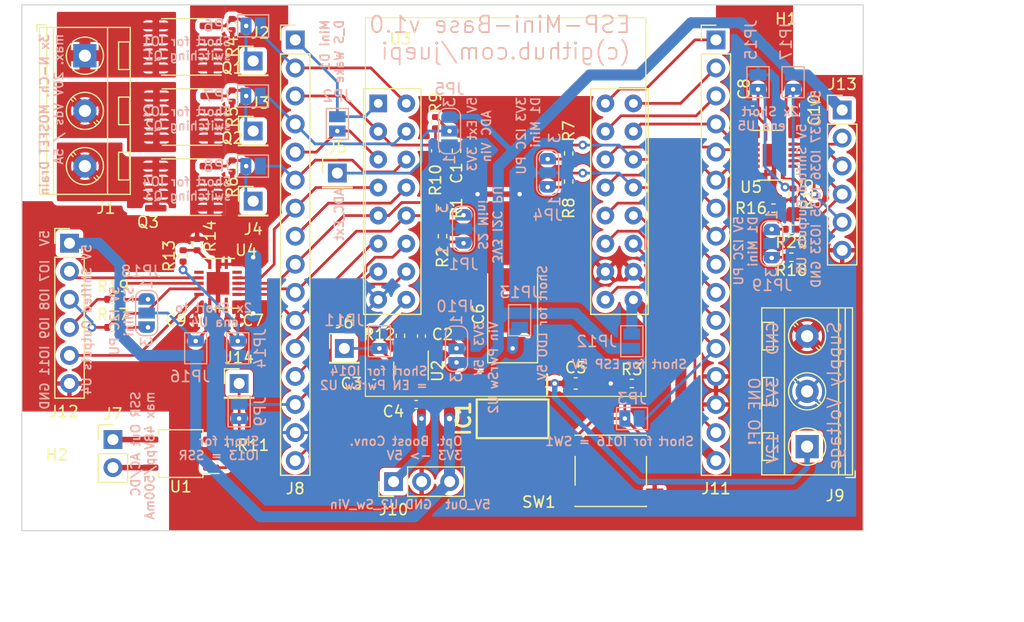
<source format=kicad_pcb>
(kicad_pcb (version 20221018) (generator pcbnew)
  (title_block (title "Base PCB for ESP* in WEMOS Mini Format") (date "2023-12-17") (rev "1.0"))
  (layers (0 "F.Cu" signal) (31 "B.Cu" signal) (34 "B.Paste" user) (35 "F.Paste" user) (36 "B.SilkS" user "B.Silkscreen") (37 "F.SilkS" user "F.Silkscreen") (38 "B.Mask" user) (39 "F.Mask" user) (44 "Edge.Cuts" user))
  (net 0 "")
  (net 1 "/IO3")
  (net 2 "GND")
  (net 3 "Net-(JP10-C)")
  (net 4 "Net-(U2-CT)")
  (net 5 "Net-(J10-Pin_1)")
  (net 6 "+12V")
  (net 7 "Net-(IC1-OUT)")
  (net 8 "Net-(JP14-A)")
  (net 9 "Net-(JP15-A)")
  (net 10 "Net-(JP16-A)")
  (net 11 "Net-(JP17-A)")
  (net 12 "Net-(J1-Pin_1)")
  (net 13 "Net-(J1-Pin_2)")
  (net 14 "Net-(J1-Pin_3)")
  (net 15 "Net-(J2-Pin_1)")
  (net 16 "Net-(J3-Pin_1)")
  (net 17 "Net-(J4-Pin_1)")
  (net 18 "Net-(J5-Pin_1)")
  (net 19 "Net-(J6-Pin_1)")
  (net 20 "Net-(J7-Pin_1)")
  (net 21 "Net-(J7-Pin_2)")
  (net 22 "/EN")
  (net 23 "/IO1")
  (net 24 "/IO2")
  (net 25 "/IO5")
  (net 26 "/IO4")
  (net 27 "/IO7")
  (net 28 "/IO6")
  (net 29 "/IO9")
  (net 30 "/IO8")
  (net 31 "/IO11")
  (net 32 "/IO10")
  (net 33 "/IO12")
  (net 34 "/IO13")
  (net 35 "+3.3V")
  (net 36 "/IO14")
  (net 37 "+5V")
  (net 38 "/IO40")
  (net 39 "/IO39")
  (net 40 "/IO38")
  (net 41 "/IO37")
  (net 42 "/IO36")
  (net 43 "/IO35")
  (net 44 "/IO34")
  (net 45 "/IO33")
  (net 46 "/IO21")
  (net 47 "/IO18")
  (net 48 "/IO17")
  (net 49 "/IO16")
  (net 50 "/IO15")
  (net 51 "Net-(J11-Pin_16)")
  (net 52 "Net-(J12-Pin_2)")
  (net 53 "Net-(J12-Pin_3)")
  (net 54 "Net-(J12-Pin_4)")
  (net 55 "Net-(J12-Pin_5)")
  (net 56 "Net-(J13-Pin_2)")
  (net 57 "Net-(J13-Pin_3)")
  (net 58 "Net-(J13-Pin_4)")
  (net 59 "Net-(J13-Pin_5)")
  (net 60 "Net-(JP1-A)")
  (net 61 "Net-(JP1-B)")
  (net 62 "Net-(JP3-B)")
  (net 63 "Net-(JP4-A)")
  (net 64 "Net-(JP4-B)")
  (net 65 "Net-(J14-Pin_1)")
  (net 66 "Net-(JP18-A)")
  (net 67 "Net-(JP18-B)")
  (net 68 "Net-(JP19-A)")
  (net 69 "Net-(JP19-B)")
  (net 70 "Net-(R11-Pad2)")
  (net 71 "Net-(U4-OE)")
  (net 72 "Net-(U5-OE)")
  (footprint "Resistor_SMD:R_0402_1005Metric" (layer "F.Cu") (at 140.335 80.645 -90)
    (fp_text reference "R1")
    (fp_text value "3k3")
  )
  (footprint "Resistor_SMD:R_0402_1005Metric" (layer "F.Cu") (at 121.285 64.01 90)
    (fp_text reference "R4")
    (fp_text value "10k")
  )
  (footprint "Connector_PinHeader_2.54mm:PinHeader_1x16_P2.54mm_Vertical" (layer "F.Cu") (at 127 65.405)
    (fp_text reference "J8")
    (fp_text value "Conn_01x16")
  )
  (footprint "Package_SO:SOP-4_3.8x4.1mm_P2.54mm" (layer "F.Cu") (at 116.63 102.87 180)
    (fp_text reference "U1")
    (fp_text value "G3VM-61VY2")
  )
  (footprint "Package_DFN_QFN:Texas_S-PVQFN-N14" (layer "F.Cu") (at 120.005 87.45 180)
    (fp_text reference "U4")
    (fp_text value "TXB0104RGY")
  )
  (footprint "Connector_PinHeader_2.54mm:PinHeader_1x16_P2.54mm_Vertical" (layer "F.Cu") (at 165.1 65.405)
    (fp_text reference "J11")
    (fp_text value "Conn_01x16")
  )
  (footprint "Resistor_SMD:R_0402_1005Metric" (layer "F.Cu") (at 121.285 70.485 90)
    (fp_text reference "R5")
    (fp_text value "10k")
  )
  (footprint "Capacitor_SMD:C_0402_1005Metric" (layer "F.Cu") (at 118.465 90.805 180)
    (fp_text reference "C9")
    (fp_text value "100n/25V")
  )
  (footprint "Resistor_SMD:R_0402_1005Metric" (layer "F.Cu") (at 171.93 85.09 180)
    (fp_text reference "R18")
    (fp_text value "4k7")
  )
  (footprint "Resistor_SMD:R_0402_1005Metric" (layer "F.Cu") (at 151.765 75.69 -90)
    (fp_text reference "R7")
    (fp_text value "3k3")
  )
  (footprint "Connector_PinHeader_2.54mm:PinHeader_1x02_P2.54mm_Vertical" (layer "F.Cu") (at 110.49 101.6)
    (fp_text reference "J7")
    (fp_text value "Conn_01x02")
  )
  (footprint "Resistor_SMD:R_0402_1005Metric" (layer "F.Cu") (at 116.84 84.965 -90)
    (fp_text reference "R13")
    (fp_text value "931")
  )
  (footprint "Resistor_SMD:R_0402_1005Metric" (layer "F.Cu") (at 172.085 79.375 90)
    (fp_text reference "R15")
    (fp_text value "931")
  )
  (footprint "Connector_PinHeader_2.54mm:PinHeader_1x01_P2.54mm_Vertical" (layer "F.Cu") (at 123.19 73.66)
    (fp_text reference "J3")
    (fp_text value "~")
  )
  (footprint "Button_Switch_SMD:SW_Push_1P1T_NO_6x6mm_H9.5mm" (layer "F.Cu") (at 155.575 104.43 180)
    (fp_text reference "SW1")
    (fp_text value "SW_Omron_B3FS")
  )
  (footprint "Package_DFN_QFN:Texas_S-PVQFN-N14" (layer "F.Cu") (at 170.36 75.85)
    (fp_text reference "U5")
    (fp_text value "TXB0104RGY")
  )
  (footprint "TerminalBlock_RND:TerminalBlock_RND_205-00046_1x03_P5.00mm_Horizontal" (layer "F.Cu") (at 173.355 102.235 90)
    (fp_text reference "J9")
    (fp_text value "Screw_Terminal_01x03")
  )
  (footprint "Package_SO:SOIC-8_3.9x4.9mm_P1.27mm" (layer "F.Cu") (at 116.905 72.39 180)
    (fp_text reference "Q2")
    (fp_text value "AO4402G")
  )
  (footprint "TerminalBlock_RND:TerminalBlock_RND_205-00046_1x03_P5.00mm_Horizontal" (layer "F.Cu") (at 107.95 66.835 -90)
    (fp_text reference "J1")
    (fp_text value "Screw_Terminal_01x03")
  )
  (footprint "Package_SO:SOIC-8_3.9x4.9mm_P1.27mm" (layer "F.Cu") (at 116.84 66.04 180)
    (fp_text reference "Q1")
    (fp_text value "AO4402G")
  )
  (footprint "Connector_PinHeader_2.54mm:PinHeader_1x01_P2.54mm_Vertical" (layer "F.Cu") (at 123.19 67.31)
    (fp_text reference "J2")
    (fp_text value "~")
  )
  (footprint "Capacitor_SMD:C_0402_1005Metric" (layer "F.Cu") (at 137.95 98.425 180)
    (fp_text reference "C4")
    (fp_text value "100n/25V")
  )
  (footprint "Connector_PinHeader_2.54mm:PinHeader_1x06_P2.54mm_Vertical" (layer "F.Cu") (at 106.555 83.82)
    (fp_text reference "J12")
    (fp_text value "Conn_01x06")
  )
  (footprint "Resistor_SMD:R_0402_1005Metric" (layer "F.Cu") (at 121.285 102.11 90)
    (fp_text reference "R11")
    (fp_text value "220")
  )
  (footprint "Package_SO:SOIC-8_3.9x4.9mm_P1.27mm" (layer "F.Cu") (at 116.84 78.74 180)
    (fp_text reference "Q3")
    (fp_text value "AO4402G")
  )
  (footprint "Resistor_SMD:R_0402_1005Metric" (layer "F.Cu") (at 121.285 76.835 90)
    (fp_text reference "R6")
    (fp_text value "10k")
  )
  (footprint "Resistor_SMD:R_0402_1005Metric" (layer "F.Cu") (at 157.48 96.52 180)
    (fp_text reference "R3")
    (fp_text value "10k")
  )
  (footprint "Resistor_SMD:R_0402_1005Metric" (layer "F.Cu") (at 110.49 88.9)
    (fp_text reference "R19")
    (fp_text value "4k7")
  )
  (footprint "MountingHole:MountingHole_2.7mm_M2.5" (layer "F.Cu") (at 105.41 106.68)
    (fp_text reference "H2")
    (fp_text value "MountingHole")
  )
  (footprint "Connector_PinHeader_2.54mm:PinHeader_1x01_P2.54mm_Vertical" (layer "F.Cu") (at 121.92 96.52)
    (fp_text reference "J14")
    (fp_text value "~")
  )
  (footprint "Resistor_SMD:R_0402_1005Metric" (layer "F.Cu") (at 141.605 75.44 90)
    (fp_text reference "R10")
    (fp_text value "3k6/0.1%")
  )
  (footprint "Connector_PinHeader_2.54mm:PinHeader_1x06_P2.54mm_Vertical" (layer "F.Cu") (at 176.53 71.755)
    (fp_text reference "J13")
    (fp_text value "Conn_01x06")
  )
  (footprint "Capacitor_Tantalum_SMD:CP_EIA-7343-31_Kemet-D" (layer "F.Cu") (at 146.685 90.2325 90)
    (fp_text reference "C6")
    (fp_text value "100µF/16V")
  )
  (footprint "Resistor_SMD:R_0402_1005Metric" (layer "F.Cu") (at 170.305 80.645)
    (fp_text reference "R16")
    (fp_text value "1k8")
  )
  (footprint "Connector_PinHeader_2.54mm:PinHeader_1x03_P2.54mm_Vertical" (layer "F.Cu") (at 135.905 105.41 90)
    (fp_text reference "J10")
    (fp_text value "Conn_01x03")
  )
  (footprint "Resistor_SMD:R_0402_1005Metric" (layer "F.Cu") (at 140.335 83.185 -90)
    (fp_text reference "R2")
    (fp_text value "3k3")
  )
  (footprint "Connector_PinHeader_2.54mm:PinHeader_1x01_P2.54mm_Vertical" (layer "F.Cu") (at 131.445 93.345)
    (fp_text reference "J6")
    (fp_text value "~")
  )
  (footprint "Capacitor_SMD:C_0402_1005Metric" (layer "F.Cu") (at 139.7 75.44 -90)
    (fp_text reference "C1")
    (fp_text value "100n/25V")
  )
  (footprint "_PJ-Proj:WEMOS_S2_Mini" (layer "F.Cu") (at 133.35 97.69)
    (fp_text reference "U3")
    (fp_text value "S2 Mini")
  )
  (footprint "Capacitor_SMD:C_0603_1608Metric" (layer "F.Cu") (at 152.4 96.52)
    (fp_text reference "C5")
    (fp_text value "470nF/50V")
  )
  (footprint "Resistor_SMD:R_0402_1005Metric" (layer "F.Cu") (at 136.525 92.2 -90)
    (fp_text reference "R12")
    (fp_text value "10k")
  )
  (footprint "Resistor_SMD:R_0402_1005Metric" (layer "F.Cu") (at 139.7 72.9 90)
    (fp_text reference "R9")
    (fp_text value "12k/0.1%")
  )
  (footprint "Capacitor_SMD:C_0402_1005Metric" (layer "F.Cu") (at 121.315 90.805)
    (fp_text reference "C7")
    (fp_text value "100n/25V")
  )
  (footprint "Connector_PinHeader_2.54mm:PinHeader_1x01_P2.54mm_Vertical" (layer "F.Cu") (at 130.81 77.47)
    (fp_text reference "J5")
    (fp_text value "~")
  )
  (footprint "_PJ-Proj:SOT230P700X180-4N" (layer "F.Cu") (at 146.685 99.72 -90)
    (fp_text reference "IC1")
    (fp_text value "LM2940IMP-5.0_NOPB" hide)
  )
  (footprint "Resistor_SMD:R_0402_1005Metric" (layer "F.Cu") (at 118.11 83.945 -90)
    (fp_text reference "R14")
    (fp_text value "1k8")
  )
  (footprint "Capacitor_SMD:C_0402_1005Metric" (layer "F.Cu") (at 138.43 92.23 90)
    (fp_text reference "C2")
    (fp_text value "1µ/25V")
  )
  (footprint "Connector_PinHeader_2.54mm:PinHeader_1x01_P2.54mm_Vertical" (layer "F.Cu") (at 123.19 80.01)
    (fp_text reference "J4")
    (fp_text value "~")
  )
  (footprint "Capacitor_SMD:C_0402_1005Metric" (layer "F.Cu") (at 168.43 71.755 180)
    (fp_text reference "C8")
    (fp_text value "100n/25V")
  )
  (footprint "MountingHole:MountingHole_2.7mm_M2.5" (layer "F.Cu") (at 175.26 65.405)
    (fp_text reference "H1")
    (fp_text value "MountingHole")
  )
  (footprint "Resistor_SMD:R_0402_1005Metric" (layer "F.Cu") (at 171.93 82.55 180)
    (fp_text reference "R20")
    (fp_text value "4k7")
  )
  (footprint "Capacitor_SMD:C_0402_1005Metric" (layer "F.Cu") (at 134.14 96.52 180)
    (fp_text reference "C3")
    (fp_text value "1n/25V")
  )
  (footprint "Resistor_SMD:R_0402_1005Metric" (layer "F.Cu") (at 110.49 91.44)
    (fp_text reference "R17")
    (fp_text value "4k7")
  )
  (footprint "Resistor_SMD:R_0402_1005Metric" (layer "F.Cu") (at 151.765 78.23 -90)
    (fp_text reference "R8")
    (fp_text value "3k3")
  )
  (footprint "Package_TO_SOT_SMD:SOT-23-6" (layer "F.Cu") (at 137.48 95.3825 -90)
    (fp_text reference "U2")
    (fp_text value "TPS22918DBVR")
  )
  (footprint "Capacitor_SMD:C_0402_1005Metric" (layer "F.Cu") (at 171.93 71.755)
    (fp_text reference "C10")
    (fp_text value "100n/25V")
  )
  (footprint "Jumper:SolderJumper-2_P1.3mm_Open_Pad1.0x1.5mm" (layer "B.Cu") (at 123.175 70.485 180)
    (fp_text reference "JP7")
    (fp_text value " ")
  )
  (footprint "Jumper:SolderJumper-2_P1.3mm_Open_Pad1.0x1.5mm" (layer "B.Cu") (at 147.32 90.79 90)
    (fp_text reference "JP13")
    (fp_text value " ")
  )
  (footprint "Jumper:SolderJumper-2_P1.3mm_Open_Pad1.0x1.5mm" (layer "B.Cu") (at 157.48 92.695 90)
    (fp_text reference "JP12")
    (fp_text value " ")
  )
  (footprint "Jumper:SolderJumper-2_P1.3mm_Open_Pad1.0x1.5mm" (layer "B.Cu") (at 123.175 76.835 180)
    (fp_text reference "JP8")
    (fp_text value " ")
  )
  (footprint "Jumper:SolderJumper-2_P1.3mm_Open_Pad1.0x1.5mm" (layer "B.Cu") (at 117.985 93.33 -90)
    (fp_text reference "JP16")
    (fp_text value " ")
  )
  (footprint "Jumper:SolderJumper-3_P1.3mm_Open_RoundedPad1.0x1.5mm_NumberLabels" (layer "B.Cu") (at 113.54 90.14 -90)
    (fp_text reference "JP18")
    (fp_text value "SolderJumper_3_Open")
  )
  (footprint "Jumper:SolderJumper-3_P1.3mm_Open_RoundedPad1.0x1.5mm_NumberLabels" (layer "B.Cu") (at 140.97 73.66 90)
    (fp_text reference "JP5")
    (fp_text value "SolderJumper_3_Open")
  )
  (footprint "Jumper:SolderJumper-2_P1.3mm_Open_Pad1.0x1.5mm" (layer "B.Cu") (at 157.495 99.695 180)
    (fp_text reference "JP3")
    (fp_text value " ")
  )
  (footprint "Jumper:SolderJumper-3_P1.3mm_Open_RoundedPad1.0x1.5mm_NumberLabels" (layer "B.Cu") (at 142.24 82.52 90)
    (fp_text reference "JP1")
    (fp_text value "SolderJumper_3_Open")
  )
  (footprint "Jumper:SolderJumper-2_P1.3mm_Open_Pad1.0x1.5mm" (layer "B.Cu") (at 121.92 99.045 -90)
    (fp_text reference "JP9")
    (fp_text value " ")
  )
  (footprint "Jumper:SolderJumper-2_P1.3mm_Open_Pad1.0x1.5mm" (layer "B.Cu") (at 123.19 64.135 180)
    (fp_text reference "JP6")
    (fp_text value " ")
  )
  (footprint "Jumper:SolderJumper-3_P1.3mm_Open_RoundedPad1.0x1.5mm_NumberLabels" (layer "B.Cu") (at 170.15 83.85 -90)
    (fp_text reference "JP19")
    (fp_text value "SolderJumper_3_Open")
  )
  (footprint "Jumper:SolderJumper-2_P1.3mm_Open_Pad1.0x1.5mm" (layer "B.Cu") (at 172.085 69.23 90)
    (fp_text reference "JP17")
    (fp_text value " ")
  )
  (footprint "Jumper:SolderJumper-2_P1.3mm_Open_Pad1.0x1.5mm" (layer "B.Cu") (at 130.81 73.01 90)
    (fp_text reference "JP2")
    (fp_text value " ")
  )
  (footprint "Jumper:SolderJumper-3_P1.3mm_Open_RoundedPad1.0x1.5mm_NumberLabels" (layer "B.Cu") (at 149.86 77.44 90)
    (fp_text reference "JP4")
    (fp_text value "SolderJumper_3_Open")
  )
  (footprint "Jumper:SolderJumper-2_P1.3mm_Open_Pad1.0x1.5mm" (layer "B.Cu") (at 168.91 69.23 90)
    (fp_text reference "JP15")
    (fp_text value " ")
  )
  (footprint "Jumper:SolderJumper-2_P1.3mm_Open_Pad1.0x1.5mm" (layer "B.Cu") (at 134.62 92.695 -90)
    (fp_text reference "JP11")
    (fp_text value " ")
  )
  (footprint "Jumper:SolderJumper-2_P1.3mm_Open_Pad1.0x1.5mm" (layer "B.Cu") (at 121.795 93.33 -90)
    (fp_text reference "JP14")
    (fp_text value " ")
  )
  (footprint "Jumper:SolderJumper-3_P1.3mm_Open_RoundedPad1.0x1.5mm_NumberLabels" (layer "B.Cu") (at 141.605 93.375 -90)
    (fp_text reference "JP10")
    (fp_text value "SolderJumper_3_Open")
  )
  (gr_rect (start 102.235 62.23) (end 178.435 109.855) (stroke (width 0.1)) (fill none) (layer "Edge.Cuts"))
  (gr_text "ADC_Ext" (at 131.445 78.74 90) (layer "B.SilkS") (effects (font (size 0.8 0.8)) (justify left bottom mirror)))
  (gr_text "5V_Out  GND U2_Sw_Vin" (at 144.78 107.95) (layer "B.SilkS") (effects (font (size 0.8 0.8)) (justify left bottom mirror)))
  (gr_text "3x N-Ch. MOSFET Drain\nmax. 20V Vds / 5A" (at 106.045 64.77 90) (layer "B.SilkS") (effects (font (size 0.8 0.8)) (justify left bottom mirror)))
  (gr_text "ESP-Mini-Base v1.0\n(c)github.com/juepi" (at 157.48 67.31) (layer "B.SilkS") (effects (font (size 1.5 1.5)) (justify left bottom mirror)))
  (gr_text "3V3 I2C PU\n  S2 Mini" (at 143.51 85.725 270) (layer "B.SilkS") (effects (font (size 0.8 0.8)) (justify left bottom mirror)))
  (gr_text "Short for LDO 5V" (at 149.86 85.725 90) (layer "B.SilkS") (effects (font (size 0.8 0.8)) (justify left bottom mirror)))
  (gr_text "Mini D1\nD_S Wake" (at 131.445 63.5 90) (layer "B.SilkS") (effects (font (size 0.8 0.8)) (justify left bottom mirror)))
  (gr_text "GND" (at 170.815 90.805 90) (layer "B.SilkS") (effects (font (size 1 1)) (justify left bottom mirror)))
  (gr_text "Short for IO4\nswitching Q3" (at 121.285 80.01) (layer "B.SilkS") (effects (font (size 0.8 0.8)) (justify left bottom mirror)))
  (gr_text "5V Ext 3V3\n  ADC Vin" (at 144.78 70.485 90) (layer "B.SilkS") (effects (font (size 0.8 0.8)) (justify left bottom mirror)))
  (gr_text "Short for ESP 5V" (at 162.56 95.25) (layer "B.SilkS") (effects (font (size 0.8 0.8)) (justify left bottom mirror)))
  (gr_text "3V3 I2C PU\nD1 Mini" (at 149.225 70.485 90) (layer "B.SilkS") (effects (font (size 0.8 0.8)) (justify left bottom mirror)))
  (gr_text "5V  IO7 IO8 IO9 IO11 GND" (at 104.775 82.55 90) (layer "B.SilkS") (effects (font (size 0.8 0.8)) (justify left bottom mirror)))
  (gr_text "5V I2C PU\nD1 Mini" (at 168.91 81.28 90) (layer "B.SilkS") (effects (font (size 0.8 0.8)) (justify left bottom mirror)))
  (gr_text "5V I2C PU\nS2 Mini" (at 112.395 87.63 90) (layer "B.SilkS") (effects (font (size 0.8 0.8)) (justify left bottom mirror)))
  (gr_text "Short for\nIO13 = SSR" (at 123.825 103.505) (layer "B.SilkS") (effects (font (size 0.8 0.8)) (justify left bottom mirror)))
  (gr_text "SSR Out AC/DC\nmax 48Vpp/500mA" (at 114.3 97.155 90) (layer "B.SilkS") (effects (font (size 0.8 0.8)) (justify left bottom mirror)))
  (gr_text "Short for IO2\nswitching Q2" (at 121.285 73.66) (layer "B.SilkS") (effects (font (size 0.8 0.8)) (justify left bottom mirror)))
  (gr_text "3V3  5V\nVin PwrSw U2" (at 145.415 90.805 90) (layer "B.SilkS") (effects (font (size 0.8 0.8)) (justify left bottom mirror)))
  (gr_text "ONE OF!\n3V3   12V" (at 170.815 95.885 90) (layer "B.SilkS") (effects (font (size 1 1)) (justify left bottom mirror)))
  (gr_text "Opt. Boost Conv.\n3V3 -> 5V" (at 142.24 103.505) (layer "B.SilkS") (effects (font (size 0.8 0.8)) (justify left bottom mirror)))
  (gr_text "2x Short to\n  ena U4" (at 123.19 91.44) (layer "B.SilkS") (effects (font (size 0.8 0.8)) (justify left bottom mirror)))
  (gr_text "2x Short\n  ena U5" (at 172.72 73.66) (layer "B.SilkS") (effects (font (size 0.8 0.8)) (justify left bottom mirror)))
  (gr_text "Short for IO14\n= EN PwrSw U2" (at 139.065 97.155) (layer "B.SilkS") (effects (font (size 0.8 0.8)) (justify left bottom mirror)))
  (gr_text "     5V Shifted Outputs U5\n5V IO37 IO36 IO35 IO33 GND" (at 174.625 69.85 90) (layer "B.SilkS") (effects (font (size 0.8 0.8)) (justify left bottom mirror)))
  (gr_text "Short for IO16 = SW1" (at 163.195 102.235) (layer "B.SilkS") (effects (font (size 0.8 0.8)) (justify left bottom mirror)))
  (gr_text "5V Shifted Outputs U4" (at 108.585 83.82 90) (layer "B.SilkS") (effects (font (size 0.8 0.8)) (justify left bottom mirror)))
  (gr_text "Supply Voltage" (at 176.53 90.805 90) (layer "B.SilkS") (effects (font (size 1.2 1.2)) (justify left bottom mirror)))
  (gr_text "Short for IO1\nswitching Q1" (at 121.285 67.31) (layer "B.SilkS") (effects (font (size 0.8 0.8)) (justify left bottom mirror)))
  (segment (start 131.305 70.485) (end 127 70.485) (width 0.25) (layer "F.Cu") (net 1))
  (segment (start 139.7 73.41) (end 139.7 74.96) (width 0.25) (layer "F.Cu") (net 1))
  (segment (start 134.515 73.695) (end 131.305 70.485) (width 0.25) (layer "F.Cu") (net 1))
  (segment (start 139.7 74.93) (end 135.75 74.93) (width 0.25) (layer "F.Cu") (net 1))
  (segment (start 141.605 74.93) (end 139.7 74.93) (width 0.25) (layer "F.Cu") (net 1))
  (segment (start 135.75 74.93) (end 134.515 73.695) (width 0.25) (layer "F.Cu") (net 1))
  (via (at 123.19 85.09) (size 0.8) (drill 0.4) (layers "F.Cu" "B.Cu") (net 2))
  (via (at 123.19 90.17) (size 0.8) (drill 0.4) (layers "F.Cu" "B.Cu") (net 2))
  (segment (start 123.19 90.17) (end 123.19 85.09) (width 1.5) (layer "B.Cu") (net 2))
  (segment (start 138.43 92.71) (end 140.97 92.71) (width 0.8) (layer "F.Cu") (net 3))
  (segment (start 140.97 92.71) (end 141.605 93.345) (width 0.8) (layer "F.Cu") (net 3))
  (segment (start 138.43 92.71) (end 138.43 94.245) (width 0.8) (layer "F.Cu") (net 3))
  (via (at 141.605 93.345) (size 0.8) (drill 0.4) (layers "F.Cu" "B.Cu") (net 3))
  (segment (start 136.53 96.52) (end 134.62 96.52) (width 0.25) (layer "F.Cu") (net 4))
  (segment (start 138.43 96.52) (end 138.43 98.425) (width 0.8) (layer "F.Cu") (net 5))
  (segment (start 138.43 98.425) (end 138.43 99.695) (width 0.8) (layer "F.Cu") (net 5))
  (via (at 138.43 99.695) (size 0.8) (drill 0.4) (layers "F.Cu" "B.Cu") (net 5))
  (segment (start 138.43 102.885) (end 135.905 105.41) (width 0.8) (layer "B.Cu") (net 5))
  (segment (start 138.43 99.695) (end 138.43 102.885) (width 0.8) (layer "B.Cu") (net 5))
  (segment (start 151.625 96.52) (end 150.495 96.52) (width 0.5) (layer "F.Cu") (net 6))
  (segment (start 150.495 96.52) (end 149.035 96.52) (width 0.5) (layer "F.Cu") (net 6))
  (via (at 150.495 96.52) (size 0.8) (drill 0.4) (layers "F.Cu" "B.Cu") (net 6))
  (segment (start 172.085 105.41) (end 158.115 105.41) (width 0.5) (layer "B.Cu") (net 6))
  (segment (start 173.355 102.235) (end 173.355 104.14) (width 0.5) (layer "B.Cu") (net 6))
  (segment (start 173.355 104.14) (end 172.085 105.41) (width 0.5) (layer "B.Cu") (net 6))
  (segment (start 150.495 97.79) (end 150.495 96.52) (width 0.5) (layer "B.Cu") (net 6))
  (segment (start 158.115 105.41) (end 150.495 97.79) (width 0.5) (layer "B.Cu") (net 6))
  (segment (start 146.685 93.345) (end 144.385 95.645) (width 1) (layer "F.Cu") (net 7))
  (segment (start 144.385 95.645) (end 144.385 96.57) (width 1) (layer "F.Cu") (net 7))
  (via (at 146.685 93.345) (size 0.8) (drill 0.4) (layers "F.Cu" "B.Cu") (net 7))
  (segment (start 146.685 93.345) (end 146.685 92.075) (width 1) (layer "B.Cu") (net 7))
  (segment (start 146.685 92.075) (end 147.32 91.44) (width 1) (layer "B.Cu") (net 7))
  (segment (start 120.755 89.175) (end 120.755 90.725) (width 0.25) (layer "F.Cu") (net 8))
  (segment (start 120.835 90.805) (end 120.835 91.72) (width 0.25) (layer "F.Cu") (net 8))
  (segment (start 116.84 86.2255) (end 116.84 85.6) (width 0.25) (layer "F.Cu") (net 8))
  (segment (start 120.835 91.72) (end 121.795 92.68) (width 0.25) (layer "F.Cu") (net 8))
  (via (at 121.795 92.68) (size 0.8) (drill 0.4) (layers "F.Cu" "B.Cu") (net 8))
  (via (at 116.84 86.2255) (size 0.8) (drill 0.4) (layers "F.Cu" "B.Cu") (net 8))
  (segment (start 121.795 91.1805) (end 116.84 86.2255) (width 0.25) (layer "B.Cu") (net 8))
  (segment (start 121.795 92.68) (end 121.795 91.1805) (width 0.25) (layer "B.Cu") (net 8))
  (segment (start 171.3605 78.74) (end 171.96 78.74) (width 0.25) (layer "F.Cu") (net 9))
  (segment (start 168.91 71.755) (end 168.91 72.39) (width 0.25) (layer "F.Cu") (net 9))
  (segment (start 168.91 69.88) (end 168.91 71.755) (width 0.25) (layer "F.Cu") (net 9))
  (segment (start 169.61 73.09) (end 169.61 74.125) (width 0.25) (layer "F.Cu") (net 9))
  (segment (start 168.91 72.39) (end 169.61 73.09) (width 0.25) (layer "F.Cu") (net 9))
  (via (at 168.91 69.88) (size 0.8) (drill 0.4) (layers "F.Cu" "B.Cu") (net 9))
  (via (at 171.3605 78.74) (size 0.8) (drill 0.4) (layers "F.Cu" "B.Cu") (net 9))
  (segment (start 169.545 70.485) (end 169.545 76.9245) (width 0.25) (layer "B.Cu") (net 9))
  (segment (start 169.515 70.485) (end 169.545 70.485) (width 0.25) (layer "B.Cu") (net 9))
  (segment (start 168.91 69.88) (end 169.515 70.485) (width 0.25) (layer "B.Cu") (net 9))
  (segment (start 169.545 76.9245) (end 171.3605 78.74) (width 0.25) (layer "B.Cu") (net 9))
  (segment (start 119.255 90.495) (end 118.945 90.805) (width 0.25) (layer "F.Cu") (net 10))
  (segment (start 119.255 89.175) (end 119.255 90.495) (width 0.25) (layer "F.Cu") (net 10))
  (segment (start 118.945 90.805) (end 118.945 91.72) (width 0.25) (layer "F.Cu") (net 10))
  (segment (start 118.945 91.72) (end 117.985 92.68) (width 0.25) (layer "F.Cu") (net 10))
  (via (at 117.985 92.68) (size 0.8) (drill 0.4) (layers "F.Cu" "B.Cu") (net 10))
  (segment (start 115.445 90.14) (end 113.54 90.14) (width 0.25) (layer "B.Cu") (net 10))
  (segment (start 117.985 92.68) (end 115.445 90.14) (width 0.25) (layer "B.Cu") (net 10))
  (segment (start 171.45 71.755) (end 171.45 70.515) (width 0.25) (layer "F.Cu") (net 11))
  (segment (start 171.11 72.095) (end 171.45 71.755) (width 0.25) (layer "F.Cu") (net 11))
  (segment (start 171.11 74.125) (end 171.11 72.095) (width 0.25) (layer "F.Cu") (net 11))
  (segment (start 171.45 70.515) (end 172.085 69.88) (width 0.25) (layer "F.Cu") (net 11))
  (via (at 172.085 69.88) (size 0.8) (drill 0.4) (layers "F.Cu" "B.Cu") (net 11))
  (segment (start 171.15 83.85) (end 170.15 83.85) (width 0.25) (layer "B.Cu") (net 11))
  (segment (start 172.085 82.915) (end 171.15 83.85) (width 0.25) (layer "B.Cu") (net 11))
  (segment (start 172.085 69.88) (end 172.085 82.915) (width 0.25) (layer "B.Cu") (net 11))
  (segment (start 121.285 63.5) (end 121.92 63.5) (width 0.25) (layer "F.Cu") (net 15))
  (segment (start 119.315 64.135) (end 120.65 64.135) (width 0.25) (layer "F.Cu") (net 15))
  (segment (start 120.65 64.135) (end 121.285 63.5) (width 0.25) (layer "F.Cu") (net 15))
  (segment (start 121.92 63.5) (end 122.555 64.135) (width 0.25) (layer "F.Cu") (net 15))
  (via (at 122.555 64.135) (size 0.8) (drill 0.4) (layers "F.Cu" "B.Cu") (net 15))
  (segment (start 122.54 66.66) (end 122.555 64.135) (width 0.25) (layer "B.Cu") (net 15))
  (segment (start 121.285 69.975) (end 122.045 69.975) (width 0.25) (layer "F.Cu") (net 16))
  (segment (start 119.38 70.485) (end 120.775 70.485) (width 0.25) (layer "F.Cu") (net 16))
  (segment (start 120.775 70.485) (end 121.285 69.975) (width 0.25) (layer "F.Cu") (net 16))
  (segment (start 122.045 69.975) (end 122.555 70.485) (width 0.25) (layer "F.Cu") (net 16))
  (via (at 122.555 70.485) (size 0.8) (drill 0.4) (layers "F.Cu" "B.Cu") (net 16))
  (segment (start 122.525 72.995) (end 122.525 70.485) (width 0.25) (layer "B.Cu") (net 16))
  (segment (start 122.045 76.325) (end 122.555 76.835) (width 0.25) (layer "F.Cu") (net 17))
  (segment (start 121.285 76.325) (end 122.045 76.325) (width 0.25) (layer "F.Cu") (net 17))
  (segment (start 120.775 76.835) (end 121.285 76.325) (width 0.25) (layer "F.Cu") (net 17))
  (segment (start 119.315 76.835) (end 120.775 76.835) (width 0.25) (layer "F.Cu") (net 17))
  (via (at 122.555 76.835) (size 0.8) (drill 0.4) (layers "F.Cu" "B.Cu") (net 17))
  (segment (start 122.525 79.345) (end 122.525 76.835) (width 0.25) (layer "B.Cu") (net 17))
  (segment (start 139.7 72.39) (end 140.97 73.66) (width 0.25) (layer "F.Cu") (net 18))
  (via (at 140.97 73.66) (size 0.8) (drill 0.4) (layers "F.Cu" "B.Cu") (net 18))
  (segment (start 139.065 73.66) (end 138.43 74.295) (width 0.25) (layer "B.Cu") (net 18))
  (segment (start 138.43 76.450991) (end 137.410991 77.47) (width 0.25) (layer "B.Cu") (net 18))
  (segment (start 140.97 73.66) (end 139.065 73.66) (width 0.25) (layer "B.Cu") (net 18))
  (segment (start 138.43 74.295) (end 138.43 76.450991) (width 0.25) (layer "B.Cu") (net 18))
  (segment (start 137.410991 77.47) (end 130.81 77.47) (width 0.25) (layer "B.Cu") (net 18))
  (segment (start 136.53 94.245) (end 136.53 92.715) (width 0.25) (layer "F.Cu") (net 19))
  (segment (start 135.52 94.245) (end 136.53 94.245) (width 0.25) (layer "F.Cu") (net 19))
  (segment (start 134.62 93.345) (end 135.52 94.245) (width 0.25) (layer "F.Cu") (net 19))
  (via (at 134.62 93.345) (size 0.8) (drill 0.4) (layers "F.Cu" "B.Cu") (net 19))
  (segment (start 134.62 93.345) (end 131.445 93.345) (width 0.25) (layer "B.Cu") (net 19))
  (segment (start 113.88 101.6) (end 110.49 101.6) (width 0.5) (layer "F.Cu") (net 20))
  (segment (start 113.88 104.14) (end 110.49 104.14) (width 0.5) (layer "F.Cu") (net 21))
  (segment (start 133.31 72.36) (end 134.515 71.155) (width 0.25) (layer "B.Cu") (net 22))
  (segment (start 130.81 69.215) (end 127 65.405) (width 0.25) (layer "B.Cu") (net 22))
  (segment (start 130.81 72.36) (end 133.31 72.36) (width 0.25) (layer "B.Cu") (net 22))
  (segment (start 130.81 72.36) (end 130.81 69.215) (width 0.25) (layer "B.Cu") (net 22))
  (segment (start 137.055 71.155) (end 133.845 67.945) (width 0.25) (layer "F.Cu") (net 23))
  (segment (start 133.845 67.945) (end 127 67.945) (width 0.25) (layer "F.Cu") (net 23))
  (segment (start 123.84 64.785) (end 127 67.945) (width 0.25) (layer "B.Cu") (net 23))
  (segment (start 123.84 64.135) (end 123.84 64.785) (width 0.25) (layer "B.Cu") (net 23))
  (segment (start 127 73.025) (end 124.46 70.485) (width 0.25) (layer "B.Cu") (net 24))
  (segment (start 128.795 74.82) (end 127 73.025) (width 0.25) (layer "B.Cu") (net 24))
  (segment (start 124.46 70.485) (end 123.825 70.485) (width 0.25) (layer "B.Cu") (net 24))
  (segment (start 137.055 73.695) (end 135.93 74.82) (width 0.25) (layer "B.Cu") (net 24))
  (segment (start 135.93 74.82) (end 128.795 74.82) (width 0.25) (layer "B.Cu") (net 24))
  (segment (start 128.905 75.565) (end 127 75.565) (width 0.25) (layer "F.Cu") (net 25))
  (segment (start 131.94 73.66) (end 130.81 73.66) (width 0.25) (layer "F.Cu") (net 25))
  (segment (start 130.81 73.66) (end 128.905 75.565) (width 0.25) (layer "F.Cu") (net 25))
  (segment (start 134.515 76.235) (end 131.94 73.66) (width 0.25) (layer "F.Cu") (net 25))
  (via (at 130.81 73.66) (size 0.8) (drill 0.4) (layers "F.Cu" "B.Cu") (net 25))
  (segment (start 137.055 76.235) (end 135.93 77.36) (width 0.25) (layer "F.Cu") (net 26))
  (segment (start 132.175 76.295) (end 128.81 76.295) (width 0.25) (layer "F.Cu") (net 26))
  (segment (start 128.81 76.295) (end 127 78.105) (width 0.25) (layer "F.Cu") (net 26))
  (segment (start 133.24 77.36) (end 132.175 76.295) (width 0.25) (layer "F.Cu") (net 26))
  (segment (start 135.93 77.36) (end 133.24 77.36) (width 0.25) (layer "F.Cu") (net 26))
  (segment (start 125.73 76.835) (end 127 78.105) (width 0.25) (layer "B.Cu") (net 26))
  (segment (start 123.825 76.835) (end 125.73 76.835) (width 0.25) (layer "B.Cu") (net 26))
  (segment (start 125.095 85.725) (end 123.87 86.95) (width 0.25) (layer "F.Cu") (net 27))
  (segment (start 134.515 78.775) (end 128.87 78.775) (width 0.25) (layer "F.Cu") (net 27))
  (segment (start 127 80.645) (end 125.095 82.55) (width 0.25) (layer "F.Cu") (net 27))
  (segment (start 128.87 78.775) (end 127 80.645) (width 0.25) (layer "F.Cu") (net 27))
  (segment (start 123.87 86.95) (end 121.73 86.95) (width 0.25) (layer "F.Cu") (net 27))
  (segment (start 125.095 82.55) (end 125.095 85.725) (width 0.25) (layer "F.Cu") (net 27))
  (segment (start 135.64 80.19) (end 137.055 78.775) (width 0.25) (layer "F.Cu") (net 28))
  (segment (start 127 83.185) (end 129.995 80.19) (width 0.25) (layer "F.Cu") (net 28))
  (segment (start 129.995 80.19) (end 135.64 80.19) (width 0.25) (layer "F.Cu") (net 28))
  (segment (start 127 85.725) (end 125.275 87.45) (width 0.25) (layer "F.Cu") (net 29))
  (segment (start 127 85.725) (end 131.41 81.315) (width 0.25) (layer "F.Cu") (net 29))
  (segment (start 125.275 87.45) (end 121.73 87.45) (width 0.25) (layer "F.Cu") (net 29))
  (segment (start 135.464009 81.315) (end 136.644009 80.135) (width 0.25) (layer "F.Cu") (net 29))
  (segment (start 136.644009 80.135) (end 140.335 80.135) (width 0.25) (layer "F.Cu") (net 29))
  (segment (start 134.515 81.315) (end 135.464009 81.315) (width 0.25) (layer "F.Cu") (net 29))
  (segment (start 131.41 81.315) (end 134.515 81.315) (width 0.25) (layer "F.Cu") (net 29))
  (segment (start 137.055 81.315) (end 138.975 81.315) (width 0.25) (layer "F.Cu") (net 30))
  (segment (start 138.975 81.315) (end 140.335 82.675) (width 0.25) (layer "F.Cu") (net 30))
  (segment (start 126.685 87.95) (end 121.73 87.95) (width 0.25) (layer "F.Cu") (net 30))
  (segment (start 132.535 82.73) (end 135.64 82.73) (width 0.25) (layer "F.Cu") (net 30))
  (segment (start 135.64 82.73) (end 137.055 81.315) (width 0.25) (layer "F.Cu") (net 30))
  (segment (start 127 88.265) (end 132.535 82.73) (width 0.25) (layer "F.Cu") (net 30))
  (segment (start 121.73 88.45) (end 124.645 88.45) (width 0.25) (layer "F.Cu") (net 31))
  (segment (start 127 90.805) (end 133.95 83.855) (width 0.25) (layer "F.Cu") (net 31))
  (segment (start 124.645 88.45) (end 127 90.805) (width 0.25) (layer "F.Cu") (net 31))
  (segment (start 135.82 85.09) (end 137.055 83.855) (width 0.25) (layer "F.Cu") (net 32))
  (segment (start 133.39 86.315812) (end 133.39 85.929009) (width 0.25) (layer "F.Cu") (net 32))
  (segment (start 133.39 85.929009) (end 134.229009 85.09) (width 0.25) (layer "F.Cu") (net 32))
  (segment (start 127 92.705812) (end 133.39 86.315812) (width 0.25) (layer "F.Cu") (net 32))
  (segment (start 134.229009 85.09) (end 135.82 85.09) (width 0.25) (layer "F.Cu") (net 32))
  (segment (start 127 95.885) (end 129.275 93.61) (width 0.25) (layer "F.Cu") (net 33))
  (segment (start 129.275 91.067208) (end 133.947208 86.395) (width 0.25) (layer "F.Cu") (net 33))
  (segment (start 129.275 93.61) (end 129.275 91.067208) (width 0.25) (layer "F.Cu") (net 33))
  (segment (start 135.93 87.52) (end 137.055 86.395) (width 0.25) (layer "F.Cu") (net 34))
  (segment (start 133.458604 87.52) (end 135.93 87.52) (width 0.25) (layer "F.Cu") (net 34))
  (segment (start 127 98.425) (end 129.725 95.7) (width 0.25) (layer "F.Cu") (net 34))
  (segment (start 129.725 91.253604) (end 133.458604 87.52) (width 0.25) (layer "F.Cu") (net 34))
  (segment (start 129.725 95.7) (end 129.725 91.253604) (width 0.25) (layer "F.Cu") (net 34))
  (segment (start 127 98.425) (end 121.95 98.425) (width 0.25) (layer "B.Cu") (net 34))
  (segment (start 156.97 96.52) (end 155.575 96.52) (width 0.5) (layer "F.Cu") (net 35))
  (segment (start 143.51 79.375) (end 147.32 79.375) (width 0.5) (layer "F.Cu") (net 35))
  (via (at 155.575 96.52) (size 0.8) (drill 0.4) (layers "F.Cu" "B.Cu") (net 35))
  (via (at 147.32 79.375) (size 0.8) (drill 0.4) (layers "F.Cu" "B.Cu") (net 35))
  (via (at 143.51 79.375) (size 0.8) (drill 0.4) (layers "F.Cu" "B.Cu") (net 35))
  (segment (start 130.175 100.33) (end 130.175 91.44) (width 0.25) (layer "F.Cu") (net 36))
  (segment (start 130.175 91.44) (end 134.55 91.44) (width 0.25) (layer "F.Cu") (net 36))
  (segment (start 127 103.505) (end 130.175 100.33) (width 0.25) (layer "F.Cu") (net 36))
  (segment (start 134.55 91.44) (end 137.055 88.935) (width 0.25) (layer "F.Cu") (net 36))
  (segment (start 134.62 92.045) (end 134.62 91.37) (width 0.25) (layer "B.Cu") (net 36))
  (segment (start 134.62 91.37) (end 137.055 88.935) (width 0.25) (layer "B.Cu") (net 36))
  (segment (start 141.605 94.615) (end 140.985 95.235) (width 1) (layer "F.Cu") (net 37))
  (segment (start 140.97 95.25) (end 140.97 99.695) (width 1) (layer "F.Cu") (net 37))
  (segment (start 140.985 95.235) (end 140.97 95.25) (width 1) (layer "F.Cu") (net 37))
  (via (at 140.97 99.695) (size 0.9) (drill 0.5) (layers "F.Cu" "B.Cu") (net 37))
  (via (at 141.605 94.615) (size 0.8) (drill 0.4) (layers "F.Cu" "B.Cu") (net 37))
  (segment (start 137.81 108.585) (end 140.985 105.41) (width 1) (layer "B.Cu") (net 37))
  (segment (start 155.575 93.345) (end 157.48 93.345) (width 1) (layer "B.Cu") (net 37))
  (segment (start 146.05 90.17) (end 152.4 90.17) (width 1) (layer "B.Cu") (net 37))
  (segment (start 117.985 93.98) (end 113.03 93.98) (width 1) (layer "B.Cu") (net 37))
  (segment (start 117.985 102.745) (end 123.825 108.585) (width 1) (layer "B.Cu") (net 37))
  (segment (start 152.4 90.17) (end 155.575 93.345) (width 1) (layer "B.Cu") (net 37))
  (segment (start 146.05 90.17) (end 145.385 90.835) (width 1) (layer "B.Cu") (net 37))
  (segment (start 113.03 93.98) (end 111.125 92.075) (width 1) (layer "B.Cu") (net 37))
  (segment (start 145.385 76.865) (end 145.385 90.835) (width 1) (layer "B.Cu") (net 37))
  (segment (start 123.825 108.585) (end 137.81 108.585) (width 1) (layer "B.Cu") (net 37))
  (segment (start 117.985 93.98) (end 117.985 102.745) (width 1) (layer "B.Cu") (net 37))
  (segment (start 176.53 71.755) (end 173.355 68.58) (width 1) (layer "B.Cu") (net 37))
  (segment (start 143.48 72.36) (end 146.685 75.565) (width 0.5) (layer "B.Cu") (net 37))
  (segment (start 146.685 75.565) (end 153.67 68.58) (width 1) (layer "B.Cu") (net 37))
  (segment (start 141.605 94.675) (end 141.605 94.615) (width 1) (layer "B.Cu") (net 37))
  (segment (start 158.115 68.58) (end 162.84 63.855) (width 1) (layer "B.Cu") (net 37))
  (segment (start 140.97 72.36) (end 143.48 72.36) (width 0.5) (layer "B.Cu") (net 37))
  (segment (start 140.97 99.695) (end 140.97 105.395) (width 1) (layer "B.Cu") (net 37))
  (segment (start 145.385 90.835) (end 145.385 93.345) (width 1) (layer "B.Cu") (net 37))
  (segment (start 111.125 85.725) (end 109.22 83.82) (width 1) (layer "B.Cu") (net 37))
  (segment (start 144.055 94.675) (end 145.385 93.345) (width 1) (layer "B.Cu") (net 37))
  (segment (start 141.605 94.615) (end 144.055 94.675) (width 1) (layer "B.Cu") (net 37))
  (segment (start 167.36 63.855) (end 172.085 68.58) (width 1) (layer "B.Cu") (net 37))
  (segment (start 109.22 83.82) (end 106.555 83.82) (width 1) (layer "B.Cu") (net 37))
  (segment (start 158.115 68.58) (end 153.67 68.58) (width 1) (layer "B.Cu") (net 37))
  (segment (start 162.84 63.855) (end 167.36 63.855) (width 1) (layer "B.Cu") (net 37))
  (segment (start 145.385 76.865) (end 146.685 75.565) (width 1) (layer "B.Cu") (net 37))
  (segment (start 111.125 92.075) (end 111.125 85.725) (width 1) (layer "B.Cu") (net 37))
  (segment (start 173.355 68.58) (end 172.085 68.58) (width 1) (layer "B.Cu") (net 37))
  (segment (start 165.1 65.405) (end 163.195 65.405) (width 0.25) (layer "F.Cu") (net 38))
  (segment (start 158.75 69.85) (end 156.39 69.85) (width 0.25) (layer "F.Cu") (net 38))
  (segment (start 163.195 65.405) (end 158.75 69.85) (width 0.25) (layer "F.Cu") (net 38))
  (segment (start 156.39 69.85) (end 155.085 71.155) (width 0.25) (layer "F.Cu") (net 38))
  (segment (start 165.1 67.945) (end 161.89 71.155) (width 0.25) (layer "F.Cu") (net 39))
  (segment (start 161.89 71.155) (end 157.625 71.155) (width 0.25) (layer "F.Cu") (net 39))
  (segment (start 165.1 70.485) (end 163.305 72.28) (width 0.25) (layer "F.Cu") (net 40))
  (segment (start 156.5 72.28) (end 155.085 73.695) (width 0.25) (layer "F.Cu") (net 40))
  (segment (start 163.305 72.28) (end 156.5 72.28) (width 0.25) (layer "F.Cu") (net 40))
  (segment (start 166.925 74.85) (end 165.1 73.025) (width 0.25) (layer "F.Cu") (net 41))
  (segment (start 165.1 73.025) (end 158.295 73.025) (width 0.25) (layer "F.Cu") (net 41))
  (segment (start 168.635 74.85) (end 166.925 74.85) (width 0.25) (layer "F.Cu") (net 41))
  (segment (start 158.295 73.025) (end 157.625 73.695) (width 0.25) (layer "F.Cu") (net 41))
  (segment (start 168.635 75.35) (end 165.315 75.35) (width 0.25) (layer "F.Cu") (net 42))
  (segment (start 164.645 75.11) (end 156.21 75.11) (width 0.25) (layer "F.Cu") (net 42))
  (segment (start 156.21 75.11) (end 155.085 76.235) (width 0.25) (layer "F.Cu") (net 42))
  (segment (start 167.355 75.85) (end 165.1 78.105) (width 0.25) (layer "F.Cu") (net 43))
  (segment (start 153.035 74.93) (end 152.015 74.93) (width 0.25) (layer "F.Cu") (net 43))
  (segment (start 152.015 74.93) (end 151.765 75.18) (width 0.25) (layer "F.Cu") (net 43))
  (segment (start 168.635 75.85) (end 167.355 75.85) (width 0.25) (layer "F.Cu") (net 43))
  (segment (start 165.1 78.105) (end 163.23 76.235) (width 0.25) (layer "F.Cu") (net 43))
  (segment (start 163.23 76.235) (end 157.625 76.235) (width 0.25) (layer "F.Cu") (net 43))
  (via (at 153.035 74.93) (size 0.8) (drill 0.4) (layers "F.Cu" "B.Cu") (net 43))
  (segment (start 157.625 76.235) (end 156.32 74.93) (width 0.25) (layer "B.Cu") (net 43))
  (segment (start 156.32 74.93) (end 153.035 74.93) (width 0.25) (layer "B.Cu") (net 43))
  (segment (start 162.105 77.65) (end 156.21 77.65) (width 0.25) (layer "F.Cu") (net 44))
  (segment (start 156.21 77.65) (end 155.085 78.775) (width 0.25) (layer "F.Cu") (net 44))
  (segment (start 165.1 80.645) (end 162.105 77.65) (width 0.25) (layer "F.Cu") (net 44))
  (segment (start 166.275 77.995) (end 166.275 82.01) (width 0.25) (layer "F.Cu") (net 45))
  (segment (start 153.035 77.47) (end 152.015 77.47) (width 0.25) (layer "F.Cu") (net 45))
  (segment (start 168.635 76.35) (end 167.92 76.35) (width 0.25) (layer "F.Cu") (net 45))
  (segment (start 165.1 83.185) (end 160.69 78.775) (width 0.25) (layer "F.Cu") (net 45))
  (segment (start 166.275 82.01) (end 165.1 83.185) (width 0.25) (layer "F.Cu") (net 45))
  (segment (start 152.015 77.47) (end 151.765 77.72) (width 0.25) (layer "F.Cu") (net 45))
  (segment (start 160.69 78.775) (end 157.625 78.775) (width 0.25) (layer "F.Cu") (net 45))
  (segment (start 167.92 76.35) (end 166.275 77.995) (width 0.25) (layer "F.Cu") (net 45))
  (via (at 153.035 77.47) (size 0.8) (drill 0.4) (layers "F.Cu" "B.Cu") (net 45))
  (segment (start 156.32 77.47) (end 153.035 77.47) (width 0.25) (layer "B.Cu") (net 45))
  (segment (start 157.625 78.775) (end 156.32 77.47) (width 0.25) (layer "B.Cu") (net 45))
  (segment (start 156.21 80.19) (end 155.085 81.315) (width 0.25) (layer "F.Cu") (net 46))
  (segment (start 165.1 85.725) (end 159.565 80.19) (width 0.25) (layer "F.Cu") (net 46))
  (segment (start 159.565 80.19) (end 156.21 80.19) (width 0.25) (layer "F.Cu") (net 46))
  (segment (start 165.1 88.265) (end 158.15 81.315) (width 0.25) (layer "F.Cu") (net 47))
  (segment (start 158.75 83.389009) (end 158.090991 82.73) (width 0.25) (layer "F.Cu") (net 48))
  (segment (start 165.1 90.693604) (end 158.75 84.343604) (width 0.25) (layer "F.Cu") (net 48))
  (segment (start 158.75 84.343604) (end 158.75 83.389009) (width 0.25) (layer "F.Cu") (net 48))
  (segment (start 156.21 82.73) (end 155.085 83.855) (width 0.25) (layer "F.Cu") (net 48))
  (segment (start 158.090991 82.73) (end 156.21 82.73) (width 0.25) (layer "F.Cu") (net 48))
  (segment (start 162.185 88.415) (end 157.625 83.855) (width 0.25) (layer "F.Cu") (net 49))
  (segment (start 165.1 93.345) (end 162.185 90.43) (width 0.25) (layer "F.Cu") (net 49))
  (segment (start 162.185 90.43) (end 162.185 88.415) (width 0.25) (layer "F.Cu") (net 49))
  (segment (start 158.145 99.695) (end 158.75 99.695) (width 0.25) (layer "B.Cu") (net 49))
  (segment (start 158.75 99.695) (end 165.1 93.345) (width 0.25) (layer "B.Cu") (net 49))
  (segment (start 163.195 92.71) (end 161.29 90.805) (width 0.25) (layer "F.Cu") (net 50))
  (segment (start 161.29 89.535) (end 159.565 87.81) (width 0.25) (layer "F.Cu") (net 50))
  (segment (start 156.21 87.81) (end 155.085 88.935) (width 0.25) (layer "F.Cu") (net 50))
  (segment (start 165.1 100.965) (end 163.195 99.06) (width 0.25) (layer "F.Cu") (net 50))
  (segment (start 161.29 90.805) (end 161.29 89.535) (width 0.25) (layer "F.Cu") (net 50))
  (segment (start 163.195 99.06) (end 163.195 92.71) (width 0.25) (layer "F.Cu") (net 50))
  (segment (start 159.565 87.81) (end 156.21 87.81) (width 0.25) (layer "F.Cu") (net 50))
  (segment (start 165.1 103.505) (end 161.925 100.33) (width 1) (layer "F.Cu") (net 51))
  (segment (start 161.925 93.235) (end 157.625 88.935) (width 1) (layer "F.Cu") (net 51))
  (segment (start 161.925 100.33) (end 161.925 93.235) (width 1) (layer "F.Cu") (net 51))
  (segment (start 157.48 92.045) (end 157.48 89.08) (width 1) (layer "B.Cu") (net 51))
  (segment (start 118.28 86.95) (end 107.145 86.95) (width 0.25) (layer "F.Cu") (net 52))
  (segment (start 107.145 86.95) (end 106.555 86.36) (width 0.25) (layer "F.Cu") (net 52))
  (segment (start 111.25 90.17) (end 109.98 91.44) (width 0.25) (layer "F.Cu") (net 53))
  (segment (start 113.420305 90.17) (end 111.25 90.17) (width 0.25) (layer "F.Cu") (net 53))
  (segment (start 108.585 91.44) (end 109.98 91.44) (width 0.25) (layer "F.Cu") (net 53))
  (segment (start 118.28 87.95) (end 115.640305 87.95) (width 0.25) (layer "F.Cu") (net 53))
  (segment (start 115.640305 87.95) (end 113.420305 90.17) (width 0.25) (layer "F.Cu") (net 53))
  (via (at 108.585 91.44) (size 0.8) (drill 0.4) (layers "F.Cu" "B.Cu") (net 53))
  (segment (start 106.555 88.9) (end 108.585 90.93) (width 0.25) (layer "B.Cu") (net 53))
  (segment (start 108.585 90.93) (end 108.585 91.44) (width 0.25) (layer "B.Cu") (net 53))
  (segment (start 118.28 87.45) (end 111.43 87.45) (width 0.25) (layer "F.Cu") (net 54))
  (segment (start 111.43 87.45) (end 109.98 88.9) (width 0.25) (layer "F.Cu") (net 54))
  (segment (start 109.095 88.9) (end 106.555 91.44) (width 0.25) (layer "F.Cu") (net 54))
  (segment (start 109.98 88.9) (end 109.095 88.9) (width 0.25) (layer "F.Cu") (net 54))
  (segment (start 118.28 88.45) (end 112.75 93.98) (width 0.25) (layer "F.Cu") (net 55))
  (segment (start 112.75 93.98) (end 106.555 93.98) (width 0.25) (layer "F.Cu") (net 55))
  (segment (start 175.975 74.85) (end 176.53 74.295) (width 0.25) (layer "F.Cu") (net 56))
  (segment (start 172.085 74.85) (end 175.975 74.85) (width 0.25) (layer "F.Cu") (net 56))
  (segment (start 175.045 75.35) (end 176.53 76.835) (width 0.25) (layer "F.Cu") (net 57))
  (segment (start 172.085 75.35) (end 175.045 75.35) (width 0.25) (layer "F.Cu") (net 57))
  (segment (start 172.44 82.55) (end 173.355 82.55) (width 0.25) (layer "F.Cu") (net 58))
  (segment (start 173.355 82.55) (end 176.53 79.375) (width 0.25) (layer "F.Cu") (net 58))
  (segment (start 172.085 75.85) (end 173.005 75.85) (width 0.25) (layer "F.Cu") (net 58))
  (segment (start 173.005 75.85) (end 176.53 79.375) (width 0.25) (layer "F.Cu") (net 58))
  (segment (start 172.085 76.35) (end 172.8 76.35) (width 0.25) (layer "F.Cu") (net 59))
  (segment (start 172.44 85.09) (end 173.355 85.09) (width 0.25) (layer "F.Cu") (net 59))
  (segment (start 173.355 85.09) (end 176.53 81.915) (width 0.25) (layer "F.Cu") (net 59))
  (segment (start 173.99 77.54) (end 173.99 79.375) (width 0.25) (layer "F.Cu") (net 59))
  (segment (start 172.8 76.35) (end 173.99 77.54) (width 0.25) (layer "F.Cu") (net 59))
  (via (at 173.99 79.375) (size 0.8) (drill 0.4) (layers "F.Cu" "B.Cu") (net 59))
  (segment (start 173.99 79.375) (end 176.53 81.915) (width 0.25) (layer "B.Cu") (net 59))
  (segment (start 140.335 83.695) (end 142.115 83.695) (width 0.25) (layer "F.Cu") (net 60))
  (segment (start 142.115 83.695) (end 142.24 83.82) (width 0.25) (layer "F.Cu") (net 60))
  (via (at 142.24 83.82) (size 0.8) (drill 0.4) (layers "F.Cu" "B.Cu") (net 60))
  (segment (start 140.335 81.155) (end 142.115 81.155) (width 0.25) (layer "F.Cu") (net 61))
  (segment (start 142.115 81.155) (end 142.24 81.28) (width 0.25) (layer "F.Cu") (net 61))
  (via (at 142.24 81.28) (size 0.8) (drill 0.4) (layers "F.Cu" "B.Cu") (net 61))
  (segment (start 156.845 99.695) (end 154.085 99.695) (width 0.25) (layer "F.Cu") (net 62))
  (segment (start 154.085 99.695) (end 151.6 102.18) (width 0.25) (layer "F.Cu") (net 62))
  (segment (start 156.845 97.665) (end 157.99 96.52) (width 0.25) (layer "F.Cu") (net 62))
  (segment (start 156.845 99.695) (end 156.845 97.665) (width 0.25) (layer "F.Cu") (net 62))
  (segment (start 156.845 99.695) (end 159.33 102.18) (width 0.25) (layer "F.Cu") (net 62))
  (via (at 156.845 99.695) (size 0.8) (drill 0.4) (layers "F.Cu" "B.Cu") (net 62))
  (segment (start 149.86 78.74) (end 151.765 78.74) (width 0.25) (layer "F.Cu") (net 63))
  (via (at 149.86 78.74) (size 0.8) (drill 0.4) (layers "F.Cu" "B.Cu") (net 63))
  (segment (start 149.86 76.2) (end 151.765 76.2) (width 0.25) (layer "F.Cu") (net 64))
  (via (at 149.86 76.2) (size 0.8) (drill 0.4) (layers "F.Cu" "B.Cu") (net 64))
  (segment (start 121.93 99.705) (end 121.93 102.94928) (width 0.25) (layer "F.Cu") (net 65))
  (segment (start 121.92 99.695) (end 121.92 96.52) (width 0.25) (layer "F.Cu") (net 65))
  (segment (start 120.73928 104.14) (end 119.38 104.14) (width 0.25) (layer "F.Cu") (net 65))
  (segment (start 121.92 99.695) (end 121.93 99.705) (width 0.25) (layer "F.Cu") (net 65))
  (segment (start 121.93 102.94928) (end 120.73928 104.14) (width 0.25) (layer "F.Cu") (net 65))
  (via (at 121.92 99.695) (size 0.8) (drill 0.4) (layers "F.Cu" "B.Cu") (net 65))
  (segment (start 113.665 88.9) (end 111 88.9) (width 0.25) (layer "F.Cu") (net 66))
  (via (at 113.665 88.9) (size 0.8) (drill 0.4) (layers "F.Cu" "B.Cu") (net 66))
  (segment (start 113.665 91.44) (end 111 91.44) (width 0.25) (layer "F.Cu") (net 67))
  (via (at 113.665 91.44) (size 0.8) (drill 0.4) (layers "F.Cu" "B.Cu") (net 67))
  (segment (start 171.42 82.55) (end 170.15 82.55) (width 0.25) (layer "F.Cu") (net 68))
  (via (at 170.15 82.55) (size 0.8) (drill 0.4) (layers "F.Cu" "B.Cu") (net 68))
  (segment (start 171.42 85.09) (end 170.21 85.09) (width 0.25) (layer "F.Cu") (net 69))
  (segment (start 170.21 85.09) (end 170.15 85.15) (width 0.25) (layer "F.Cu") (net 69))
  (via (at 170.15 85.15) (size 0.8) (drill 0.4) (layers "F.Cu" "B.Cu") (net 69))
  (segment (start 119.38 101.6) (end 121.285 101.6) (width 0.25) (layer "F.Cu") (net 70))
  (segment (start 116.84 84.455) (end 118.11 84.455) (width 0.25) (layer "F.Cu") (net 71))
  (segment (start 119.255 85.6) (end 118.11 84.455) (width 0.25) (layer "F.Cu") (net 71))
  (segment (start 172.73 78.53572) (end 172.73 79.24) (width 0.25) (layer "F.Cu") (net 72))
  (segment (start 171.11 77.765) (end 171.36 78.015) (width 0.25) (layer "F.Cu") (net 72))
  (segment (start 171.36 78.015) (end 172.20928 78.015) (width 0.25) (layer "F.Cu") (net 72))
  (segment (start 172.085 79.885) (end 171.575 79.885) (width 0.25) (layer "F.Cu") (net 72))
  (segment (start 172.73 79.24) (end 172.085 79.885) (width 0.25) (layer "F.Cu") (net 72))
  (segment (start 171.575 79.885) (end 170.815 80.645) (width 0.25) (layer "F.Cu") (net 72))
  (segment (start 172.20928 78.015) (end 172.73 78.53572) (width 0.25) (layer "F.Cu") (net 72))
  (zone (net 12) (net_name "Net-(J1-Pin_1)") (layer "F.Cu") (priority 3) (connect_pads (clearance 0.4)) (min_thickness 0.25) (fill yes (thermal_gap 0.2) (thermal_bridge_width 1))
    (polygon (pts (xy 116.205 62.865) (xy 105.41 62.865) (xy 105.41 69.215) (xy 116.205 69.215)))
  )
  (zone (net 2) (net_name "GND") (layer "F.Cu") (priority 4) (connect_pads (clearance 0.4)) (min_thickness 0.2) (fill yes (thermal_gap 0.3) (thermal_bridge_width 1))
    (polygon (pts (xy 170.815 89.535) (xy 175.895 89.535) (xy 175.895 94.615) (xy 170.815 94.615)))
  )
  (zone (net 14) (net_name "Net-(J1-Pin_3)") (layer "F.Cu") (priority 3) (connect_pads (clearance 0.4)) (min_thickness 0.25) (fill yes (thermal_gap 0.2) (thermal_bridge_width 1))
    (polygon (pts (xy 116.205 75.565) (xy 111.76 75.565) (xy 111.76 74.295) (xy 105.41 74.295) (xy 105.41 80.01) (xy 111.76 80.01) (xy 111.76 80.645) (xy 116.205 80.645)))
  )
  (zone (net 2) (net_name "GND") (layer "F.Cu") (connect_pads (clearance 0.4)) (min_thickness 0.2) (fill yes (thermal_gap 0.3) (thermal_bridge_width 0.4))
    (polygon (pts (xy 102.235 80.01) (xy 111.76 80.01) (xy 111.76 81.28) (xy 120.65 81.28) (xy 120.65 62.23) (xy 126.365 62.23) (xy 126.365 70.485) (xy 165.1 70.485) (xy 165.1 62.23) (xy 172.085 62.23) (xy 172.085 68.58) (xy 178.435 68.58) (xy 178.435 109.855) (xy 140.6525 109.855) (xy 115.57 109.855) (xy 115.57 99.06) (xy 102.235 99.06)))
  )
  (zone (net 2) (net_name "GND") (layer "F.Cu") (priority 2) (connect_pads (clearance 0.4)) (min_thickness 0.25) (fill yes (thermal_gap 0.2) (thermal_bridge_width 1))
    (polygon (pts (xy 120.65 62.23) (xy 117.475 62.23) (xy 117.475 81.28) (xy 120.65 81.28)))
  )
  (zone (net 13) (net_name "Net-(J1-Pin_2)") (layer "F.Cu") (priority 3) (connect_pads (clearance 0.4)) (min_thickness 0.25) (fill yes (thermal_gap 0.2) (thermal_bridge_width 1))
    (polygon (pts (xy 116.205 69.215) (xy 105.41 69.215) (xy 105.41 74.295) (xy 111.76 74.295) (xy 111.76 75.565) (xy 116.205 75.565)))
  )
  (zone (net 35) (net_name "+3.3V") (layer "B.Cu") (priority 1) (connect_pads (clearance 0.5)) (min_thickness 0.25) (fill yes (thermal_gap 0.3) (thermal_bridge_width 0.3))
    (polygon (pts (xy 118.745 99.06) (xy 118.745 86.995) (xy 138.43 86.995) (xy 138.43 74.295) (xy 165.1 74.295) (xy 165.1 62.865) (xy 172.085 62.865) (xy 172.085 68.58) (xy 177.8 68.58) (xy 177.8 108.585) (xy 118.745 108.585)))
  )
)
</source>
